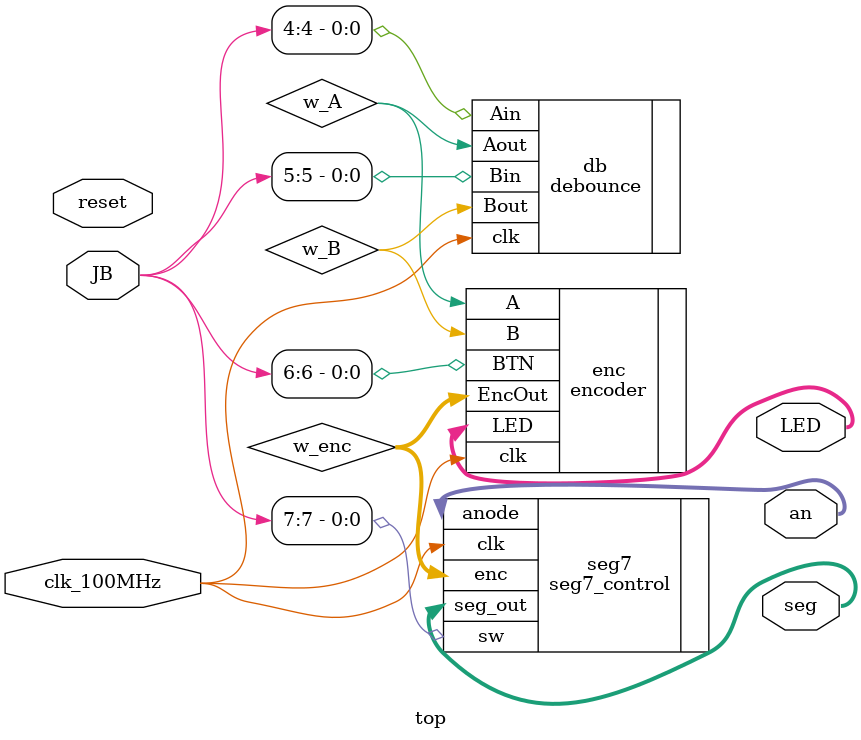
<source format=v>

`timescale 1ns / 1ps
module top(
    input clk_100MHz,       // 100MHz from Basys 3
    input reset,            // btnC
    input [7:4] JB,         // PMOD JB
    output [1:0] LED,       // LED[1], LED[0]
    output [3:0] an,        // 7 Segment anodes
    output [6:0] seg        // 7 Segment cathodes
    );
	
	// Internal wires 
	wire [4:0] w_enc;
	wire w_A, w_B;
	 
	// Instantiate Modules
	debounce db(.clk(clk_100MHz), .Ain(JB[4]), .Bin(JB[5]), .Aout(w_A), .Bout(w_B));
 	encoder enc (.clk(clk_100MHz), .A(w_A), .B(w_B), .BTN(JB[6]), .EncOut(w_enc), .LED(LED));
 	seg7_control seg7 (.clk(clk_100MHz), .sw(JB[7]), .enc(w_enc), .anode(an), .seg_out(seg));

endmodule

</source>
